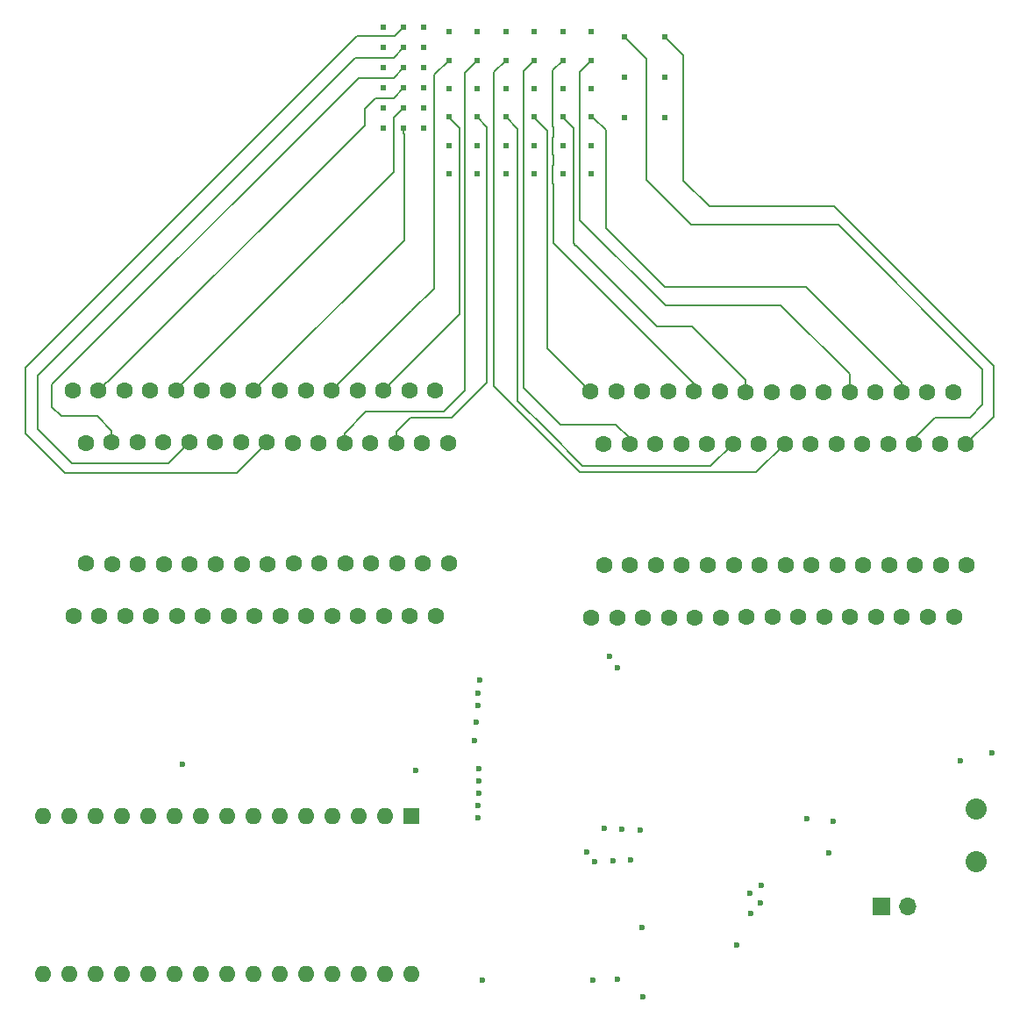
<source format=gbr>
G04 #@! TF.GenerationSoftware,KiCad,Pcbnew,(5.1.5)-3*
G04 #@! TF.CreationDate,2020-07-15T17:56:55-04:00*
G04 #@! TF.ProjectId,dmf_relay_board,646d665f-7265-46c6-9179-5f626f617264,rev?*
G04 #@! TF.SameCoordinates,Original*
G04 #@! TF.FileFunction,Copper,L2,Inr*
G04 #@! TF.FilePolarity,Positive*
%FSLAX46Y46*%
G04 Gerber Fmt 4.6, Leading zero omitted, Abs format (unit mm)*
G04 Created by KiCad (PCBNEW (5.1.5)-3) date 2020-07-15 17:56:55*
%MOMM*%
%LPD*%
G04 APERTURE LIST*
%ADD10O,1.700000X1.700000*%
%ADD11R,1.700000X1.700000*%
%ADD12C,1.600000*%
%ADD13C,0.604800*%
%ADD14R,1.600000X1.600000*%
%ADD15O,1.600000X1.600000*%
%ADD16C,2.032000*%
%ADD17C,0.600000*%
%ADD18C,0.200000*%
G04 APERTURE END LIST*
D10*
X199425560Y-139804140D03*
D11*
X196885560Y-139804140D03*
D12*
X120027380Y-95111540D03*
X122527380Y-95071540D03*
X125027380Y-95071540D03*
X127527380Y-95071540D03*
X130027380Y-95071540D03*
X132527380Y-95071540D03*
X135027380Y-95071540D03*
X155027380Y-95111540D03*
X152527380Y-95111540D03*
X150027380Y-95111540D03*
X147527380Y-95111540D03*
X145027380Y-95111540D03*
X142527380Y-95111540D03*
X140027380Y-95111540D03*
X137527380Y-95071540D03*
X153777380Y-90071540D03*
X151277380Y-90071540D03*
X148777380Y-90071540D03*
X146277380Y-90071540D03*
X143777380Y-90071540D03*
X141277380Y-90071540D03*
X138777380Y-90071540D03*
X118777380Y-90031540D03*
X121277380Y-90031540D03*
X123777380Y-90031540D03*
X126277380Y-90031540D03*
X128777380Y-90031540D03*
X131277380Y-90031540D03*
X133777380Y-90071540D03*
X136277380Y-90071540D03*
X170026380Y-95238540D03*
X172526380Y-95198540D03*
X175026380Y-95198540D03*
X177526380Y-95198540D03*
X180026380Y-95198540D03*
X182526380Y-95198540D03*
X185026380Y-95198540D03*
X205026380Y-95238540D03*
X202526380Y-95238540D03*
X200026380Y-95238540D03*
X197526380Y-95238540D03*
X195026380Y-95238540D03*
X192526380Y-95238540D03*
X190026380Y-95238540D03*
X187526380Y-95198540D03*
X203776380Y-90198540D03*
X201276380Y-90198540D03*
X198776380Y-90198540D03*
X196276380Y-90198540D03*
X193776380Y-90198540D03*
X191276380Y-90198540D03*
X188776380Y-90198540D03*
X168776380Y-90158540D03*
X171276380Y-90158540D03*
X173776380Y-90158540D03*
X176276380Y-90158540D03*
X178776380Y-90158540D03*
X181276380Y-90158540D03*
X183776380Y-90198540D03*
X186276380Y-90198540D03*
D13*
X150734500Y-60864100D03*
X148789500Y-58919100D03*
X150734500Y-64754100D03*
X148789500Y-64754100D03*
X150734500Y-62809100D03*
X148789500Y-62809100D03*
X148789500Y-60864100D03*
X150734500Y-58919100D03*
X148789500Y-56974100D03*
X150734500Y-55029100D03*
X148789500Y-55029100D03*
X150734500Y-56974100D03*
X152679500Y-55029100D03*
X168848500Y-69166200D03*
X166098500Y-69166200D03*
X163348500Y-69166200D03*
X160598500Y-69166200D03*
X160598500Y-55416200D03*
X163348500Y-63666200D03*
X157848500Y-63666200D03*
X168848500Y-63666200D03*
X166098500Y-63666200D03*
X160598500Y-66416200D03*
X160598500Y-63666200D03*
X157848500Y-69166200D03*
X157848500Y-66416200D03*
X155098500Y-69166200D03*
X168848500Y-66416200D03*
X166098500Y-66416200D03*
X163348500Y-66416200D03*
X155098500Y-66416200D03*
X163348500Y-60916200D03*
X160598500Y-60916200D03*
X166098500Y-58166200D03*
X155098500Y-63666200D03*
X168848500Y-58166200D03*
X157848500Y-60916200D03*
X168848500Y-60916200D03*
X166098500Y-60916200D03*
X155098500Y-60916200D03*
X168848500Y-55416200D03*
X157848500Y-55416200D03*
X163348500Y-58166200D03*
X157848500Y-58166200D03*
X155098500Y-58166200D03*
X163348500Y-55416200D03*
X166098500Y-55416200D03*
X160598500Y-58166200D03*
X155098500Y-55416200D03*
D12*
X186347500Y-111910500D03*
X183847500Y-111910500D03*
X181347500Y-111950500D03*
X178847500Y-111950500D03*
X176347500Y-111950500D03*
X173847500Y-111950500D03*
X171347500Y-111950500D03*
X168847500Y-111950500D03*
X188847500Y-111910500D03*
X191347500Y-111910500D03*
X193847500Y-111910500D03*
X196347500Y-111910500D03*
X198847500Y-111910500D03*
X201347500Y-111910500D03*
X203847500Y-111910500D03*
X187597500Y-106910500D03*
X190097500Y-106870500D03*
X192597500Y-106870500D03*
X195097500Y-106870500D03*
X197597500Y-106870500D03*
X200097500Y-106870500D03*
X202597500Y-106870500D03*
X205097500Y-106870500D03*
X185097500Y-106910500D03*
X182597500Y-106910500D03*
X180097500Y-106910500D03*
X177597500Y-106910500D03*
X175097500Y-106910500D03*
X172597500Y-106910500D03*
X170097500Y-106870500D03*
D13*
X152679500Y-60864100D03*
X152679500Y-58919100D03*
X152679500Y-64754100D03*
X152679500Y-62809100D03*
X175952140Y-55943500D03*
X152679500Y-56974100D03*
X172062140Y-63723500D03*
X172062140Y-55943500D03*
X172062140Y-59833500D03*
X175952140Y-63723500D03*
X175952140Y-59833500D03*
D12*
X136348500Y-111783500D03*
X133848500Y-111783500D03*
X131348500Y-111823500D03*
X128848500Y-111823500D03*
X126348500Y-111823500D03*
X123848500Y-111823500D03*
X121348500Y-111823500D03*
X118848500Y-111823500D03*
X138848500Y-111783500D03*
X141348500Y-111783500D03*
X143848500Y-111783500D03*
X146348500Y-111783500D03*
X148848500Y-111783500D03*
X151348500Y-111783500D03*
X153848500Y-111783500D03*
X137598500Y-106783500D03*
X140098500Y-106743500D03*
X142598500Y-106743500D03*
X145098500Y-106743500D03*
X147598500Y-106743500D03*
X150098500Y-106743500D03*
X152598500Y-106743500D03*
X155098500Y-106743500D03*
X135098500Y-106783500D03*
X132598500Y-106783500D03*
X130098500Y-106783500D03*
X127598500Y-106783500D03*
X125098500Y-106783500D03*
X122598500Y-106783500D03*
X120098500Y-106743500D03*
D14*
X151447500Y-131064000D03*
D15*
X118427500Y-146304000D03*
X148907500Y-131064000D03*
X120967500Y-146304000D03*
X146367500Y-131064000D03*
X123507500Y-146304000D03*
X143827500Y-131064000D03*
X126047500Y-146304000D03*
X141287500Y-131064000D03*
X128587500Y-146304000D03*
X138747500Y-131064000D03*
X131127500Y-146304000D03*
X136207500Y-131064000D03*
X133667500Y-146304000D03*
X133667500Y-131064000D03*
X136207500Y-146304000D03*
X131127500Y-131064000D03*
X138747500Y-146304000D03*
X128587500Y-131064000D03*
X141287500Y-146304000D03*
X126047500Y-131064000D03*
X143827500Y-146304000D03*
X123507500Y-131064000D03*
X146367500Y-146304000D03*
X120967500Y-131064000D03*
X148907500Y-146304000D03*
X118427500Y-131064000D03*
X151447500Y-146304000D03*
X115887500Y-131064000D03*
X115887500Y-146304000D03*
D16*
X206024480Y-130418840D03*
X206024480Y-135498840D03*
D17*
X171345860Y-146852640D03*
X129341880Y-126085600D03*
X158369000Y-146908520D03*
X173827440Y-148518880D03*
X168965880Y-146966940D03*
X170627040Y-115722400D03*
X171413706Y-116835654D03*
X189697360Y-131318000D03*
X185267600Y-137792560D03*
X191764920Y-134630160D03*
X192176400Y-131622800D03*
X184277000Y-140497560D03*
X207566796Y-124981236D03*
X185206640Y-139471400D03*
X184165240Y-138588000D03*
X204457300Y-125780800D03*
X158074360Y-118013480D03*
X157911800Y-119212360D03*
X157909620Y-131234269D03*
X157922359Y-130048618D03*
X157965927Y-128890104D03*
X158006154Y-127728249D03*
X157997380Y-126517393D03*
X157569000Y-123855480D03*
X157784800Y-122036840D03*
X157921960Y-120406160D03*
X173553120Y-132443220D03*
X172626020Y-135366760D03*
X171776020Y-132410200D03*
X170926020Y-135402320D03*
X170064060Y-132316220D03*
X169214060Y-135498840D03*
X168382580Y-134594794D03*
X173720760Y-141846300D03*
X151894540Y-126690120D03*
X182872380Y-143578580D03*
D18*
X201996040Y-92699840D02*
X205120240Y-92699840D01*
X200026380Y-95238540D02*
X200026380Y-94669500D01*
X200026380Y-94669500D02*
X201996040Y-92699840D01*
X205120240Y-92699840D02*
X205262480Y-92699840D01*
X205120240Y-92699840D02*
X205369160Y-92699840D01*
X205369160Y-92699840D02*
X206634080Y-91434920D01*
X206634080Y-91434920D02*
X206634080Y-88036400D01*
X206634080Y-88036400D02*
X192669160Y-74071480D01*
X192669160Y-74071480D02*
X178475640Y-74071480D01*
X178475640Y-74071480D02*
X174132240Y-69728080D01*
X174132240Y-58013600D02*
X172062140Y-55943500D01*
X174132240Y-69728080D02*
X174132240Y-58013600D01*
X205026380Y-95238540D02*
X205035180Y-95238540D01*
X205026380Y-95238540D02*
X207670400Y-92594520D01*
X207670400Y-92594520D02*
X207670400Y-87696040D01*
X207670400Y-87696040D02*
X192262760Y-72288400D01*
X192262760Y-72288400D02*
X180223160Y-72288400D01*
X180223160Y-72288400D02*
X177733960Y-69799200D01*
X177733960Y-57725320D02*
X175952140Y-55943500D01*
X177733960Y-69799200D02*
X177733960Y-57725320D01*
X153667460Y-59597240D02*
X155098500Y-58166200D01*
X153667460Y-80200500D02*
X153667460Y-59597240D01*
X151490680Y-82377280D02*
X153667460Y-80200500D01*
X151471640Y-82377280D02*
X151490680Y-82377280D01*
X143777380Y-90071540D02*
X151471640Y-82377280D01*
X156618940Y-59395760D02*
X157848500Y-58166200D01*
X156618940Y-90078560D02*
X156618940Y-59395760D01*
X154630120Y-92067380D02*
X156618940Y-90078560D01*
X147114260Y-92067380D02*
X154630120Y-92067380D01*
X145027380Y-95111540D02*
X145027380Y-94154260D01*
X145027380Y-94154260D02*
X147114260Y-92067380D01*
X184774900Y-97950020D02*
X187526380Y-95198540D01*
X159435800Y-59328900D02*
X159435800Y-89636600D01*
X160598500Y-58166200D02*
X159435800Y-59328900D01*
X159435800Y-89636600D02*
X159453580Y-89654380D01*
X159453580Y-89654380D02*
X167711120Y-97950020D01*
X167711120Y-97950020D02*
X184774900Y-97950020D01*
X172526380Y-95198540D02*
X172526380Y-94642360D01*
X172526380Y-94642360D02*
X171201080Y-93317060D01*
X171201080Y-93317060D02*
X165836600Y-93317060D01*
X165836600Y-93317060D02*
X162336480Y-89816940D01*
X162336480Y-59194700D02*
X163309300Y-58221880D01*
X162336480Y-89816940D02*
X162336480Y-59194700D01*
X178776380Y-90158540D02*
X178776380Y-89391240D01*
X178776380Y-89391240D02*
X165308280Y-75923140D01*
X165285420Y-75923140D02*
X165158420Y-75796140D01*
X165308280Y-75923140D02*
X165285420Y-75923140D01*
X165158420Y-65536278D02*
X165158420Y-64546122D01*
X165148499Y-65546199D02*
X165158420Y-65536278D01*
X165148499Y-67286201D02*
X165148499Y-65546199D01*
X165148499Y-64536201D02*
X165148499Y-59116201D01*
X165158420Y-67296122D02*
X165148499Y-67286201D01*
X165148499Y-59116201D02*
X166098500Y-58166200D01*
X165158420Y-68286278D02*
X165158420Y-67296122D01*
X165148499Y-68296199D02*
X165158420Y-68286278D01*
X165158420Y-64546122D02*
X165148499Y-64536201D01*
X165148499Y-70036201D02*
X165148499Y-68296199D01*
X165158420Y-70046122D02*
X165148499Y-70036201D01*
X165158420Y-75796140D02*
X165158420Y-70046122D01*
X167764460Y-59278520D02*
X167764460Y-73593960D01*
X168816020Y-58226960D02*
X167764460Y-59278520D01*
X193776380Y-88475600D02*
X193776380Y-90198540D01*
X167764460Y-73593960D02*
X176004220Y-81833720D01*
X176004220Y-81833720D02*
X187134500Y-81833720D01*
X187134500Y-81833720D02*
X193776380Y-88475600D01*
X175026380Y-95198540D02*
X175026380Y-95829060D01*
X156138880Y-64724280D02*
X155107640Y-63693040D01*
X156138880Y-82710040D02*
X156138880Y-64724280D01*
X148777380Y-90071540D02*
X156138880Y-82710040D01*
X158798501Y-89255359D02*
X158798501Y-64616201D01*
X158798501Y-64616201D02*
X157848500Y-63666200D01*
X155402280Y-92651580D02*
X158798501Y-89255359D01*
X151404320Y-92651580D02*
X155402280Y-92651580D01*
X150027380Y-95111540D02*
X150027380Y-94028520D01*
X150027380Y-94028520D02*
X151404320Y-92651580D01*
X161706560Y-64774260D02*
X161706560Y-91028520D01*
X161706560Y-91028520D02*
X164561520Y-93883480D01*
X160598500Y-63666200D02*
X161706560Y-64774260D01*
X168028620Y-97353120D02*
X180371800Y-97353120D01*
X164561520Y-93883480D02*
X164561520Y-93886020D01*
X180371800Y-97353120D02*
X182526380Y-95198540D01*
X164561520Y-93886020D02*
X168028620Y-97353120D01*
X168776380Y-90158540D02*
X168776380Y-90143060D01*
X168776380Y-90143060D02*
X164622480Y-85989160D01*
X164622480Y-64985900D02*
X163311840Y-63675260D01*
X164622480Y-85989160D02*
X164622480Y-64985900D01*
X183776380Y-90198540D02*
X183776380Y-89042000D01*
X178587400Y-83853020D02*
X178587400Y-83850480D01*
X183776380Y-89042000D02*
X178587400Y-83853020D01*
X166139960Y-63666200D02*
X166098500Y-63666200D01*
X167124380Y-64688720D02*
X166131240Y-63695580D01*
X175160940Y-83853020D02*
X167352980Y-76045060D01*
X178587400Y-83853020D02*
X175160940Y-83853020D01*
X167352980Y-76045060D02*
X167340280Y-76045060D01*
X167124380Y-75829160D02*
X167124380Y-64688720D01*
X167340280Y-76045060D02*
X167124380Y-75829160D01*
X198776380Y-90198540D02*
X198776380Y-89271900D01*
X198776380Y-89271900D02*
X189590680Y-80086200D01*
X189590680Y-80086200D02*
X175968660Y-80086200D01*
X175968660Y-80086200D02*
X170235880Y-74353420D01*
X170235880Y-64897000D02*
X169011600Y-63672720D01*
X170235880Y-74353420D02*
X170235880Y-64897000D01*
X173776380Y-90158540D02*
X173776380Y-89466160D01*
X150734500Y-55029100D02*
X149884499Y-55879101D01*
X114213640Y-94173040D02*
X114213640Y-87858600D01*
X146193139Y-55879101D02*
X149884499Y-55879101D01*
X114213640Y-87858600D02*
X146193139Y-55879101D01*
X134620000Y-97977960D02*
X118018560Y-97977960D01*
X118018560Y-97977960D02*
X114213640Y-94173040D01*
X136727381Y-95871539D02*
X136726421Y-95871539D01*
X137527380Y-95071540D02*
X136727381Y-95871539D01*
X136726421Y-95871539D02*
X134620000Y-97977960D01*
X127527380Y-95071540D02*
X127527380Y-95690360D01*
X115371880Y-93756480D02*
X115371880Y-88635840D01*
X115371880Y-88635840D02*
X146083619Y-57924101D01*
X146083619Y-57924101D02*
X149784499Y-57924101D01*
X150734500Y-56974100D02*
X149784499Y-57924101D01*
X128005840Y-97088960D02*
X118704360Y-97088960D01*
X118704360Y-97088960D02*
X115371880Y-93756480D01*
X130027380Y-95071540D02*
X129227381Y-95871539D01*
X129227381Y-95871539D02*
X129223261Y-95871539D01*
X129223261Y-95871539D02*
X128005840Y-97088960D01*
X149770560Y-59883040D02*
X150734500Y-58919100D01*
X146370040Y-59883040D02*
X149770560Y-59883040D01*
X116798090Y-89454990D02*
X146370040Y-59883040D01*
X116798090Y-91659710D02*
X116798090Y-89454990D01*
X117668040Y-92529660D02*
X116798090Y-91659710D01*
X121127520Y-92529660D02*
X117668040Y-92529660D01*
X122527380Y-93929520D02*
X121127520Y-92529660D01*
X122527380Y-95071540D02*
X122527380Y-93929520D01*
X146949160Y-64434720D02*
X146949160Y-62890400D01*
X146949160Y-62890400D02*
X148010880Y-61828680D01*
X149769920Y-61828680D02*
X150734500Y-60864100D01*
X148010880Y-61828680D02*
X149769920Y-61828680D01*
X122152339Y-89231541D02*
X146949160Y-64434720D01*
X122077379Y-89231541D02*
X122152339Y-89231541D01*
X121277380Y-90031540D02*
X122077379Y-89231541D01*
X149819360Y-63724240D02*
X150734500Y-62809100D01*
X149819360Y-68991480D02*
X149819360Y-63724240D01*
X129577379Y-89231541D02*
X129579299Y-89231541D01*
X128777380Y-90031540D02*
X129577379Y-89231541D01*
X129579299Y-89231541D02*
X149819360Y-68991480D01*
X150764240Y-75584680D02*
X150764240Y-65242440D01*
X150734500Y-65212700D02*
X150734500Y-64754100D01*
X150759160Y-65237360D02*
X150734500Y-65212700D01*
X136277380Y-90071540D02*
X150764240Y-75584680D01*
M02*

</source>
